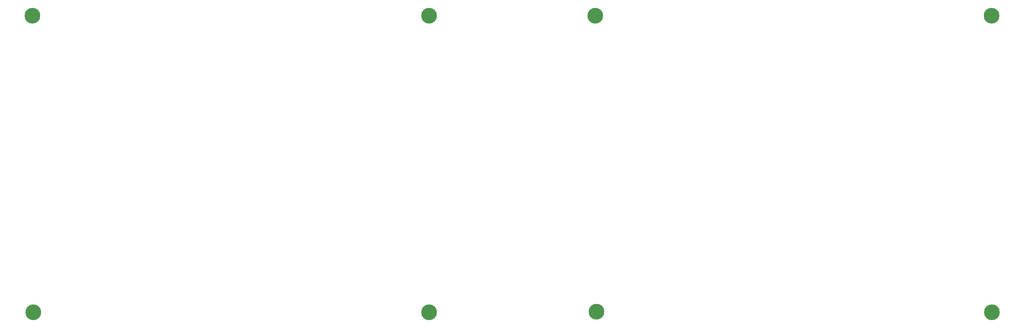
<source format=gbr>
%TF.GenerationSoftware,KiCad,Pcbnew,(6.0.7)*%
%TF.CreationDate,2023-01-10T10:05:45+01:00*%
%TF.ProjectId,skoosk switchplate 8 screwholes,736b6f6f-736b-4207-9377-69746368706c,rev?*%
%TF.SameCoordinates,Original*%
%TF.FileFunction,Soldermask,Bot*%
%TF.FilePolarity,Negative*%
%FSLAX46Y46*%
G04 Gerber Fmt 4.6, Leading zero omitted, Abs format (unit mm)*
G04 Created by KiCad (PCBNEW (6.0.7)) date 2023-01-10 10:05:45*
%MOMM*%
%LPD*%
G01*
G04 APERTURE LIST*
%ADD10C,4.400000*%
G04 APERTURE END LIST*
D10*
%TO.C,H2*%
X115887500Y-91537469D03*
%TD*%
%TO.C,H3*%
X162369692Y-8481252D03*
%TD*%
%TO.C,H4*%
X273177000Y-8509000D03*
%TD*%
%TO.C,H1*%
X5207000Y-91567000D03*
%TD*%
%TO.C,H4*%
X273304000Y-91567000D03*
%TD*%
%TO.C,H1*%
X4953000Y-8509000D03*
%TD*%
%TO.C,H2*%
X115887500Y-8509000D03*
%TD*%
%TO.C,H3*%
X162689708Y-91391033D03*
%TD*%
M02*

</source>
